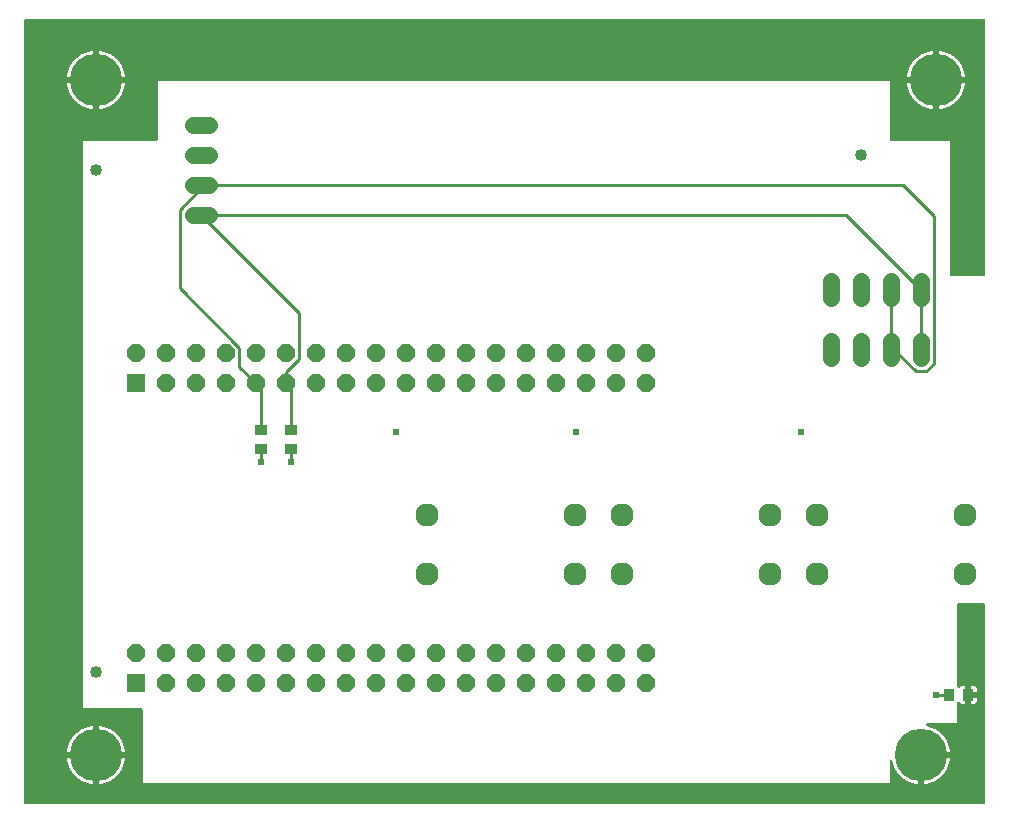
<source format=gbr>
G04 EAGLE Gerber RS-274X export*
G75*
%MOMM*%
%FSLAX34Y34*%
%LPD*%
%INTop Copper*%
%IPPOS*%
%AMOC8*
5,1,8,0,0,1.08239X$1,22.5*%
G01*
%ADD10C,1.016000*%
%ADD11C,4.445000*%
%ADD12R,1.031241X0.949959*%
%ADD13R,0.949959X1.031241*%
%ADD14C,1.960000*%
%ADD15R,1.524000X1.524000*%
%ADD16P,1.649562X8X22.500000*%
%ADD17C,1.422400*%
%ADD18C,0.254000*%
%ADD19C,0.609600*%

G36*
X114300Y563881D02*
X114300Y563881D01*
X114418Y563896D01*
X114537Y563903D01*
X114575Y563916D01*
X114616Y563921D01*
X114726Y563964D01*
X114839Y564001D01*
X114874Y564023D01*
X114911Y564038D01*
X115007Y564108D01*
X115108Y564171D01*
X115136Y564201D01*
X115169Y564224D01*
X115245Y564316D01*
X115326Y564403D01*
X115346Y564438D01*
X115371Y564469D01*
X115422Y564577D01*
X115480Y564681D01*
X115490Y564721D01*
X115507Y564757D01*
X115529Y564874D01*
X115559Y564989D01*
X115563Y565050D01*
X115567Y565070D01*
X115565Y565090D01*
X115569Y565150D01*
X115569Y614681D01*
X735331Y614681D01*
X735331Y565150D01*
X735346Y565032D01*
X735353Y564913D01*
X735366Y564875D01*
X735371Y564834D01*
X735414Y564724D01*
X735451Y564611D01*
X735473Y564576D01*
X735488Y564539D01*
X735558Y564443D01*
X735621Y564342D01*
X735651Y564314D01*
X735674Y564281D01*
X735766Y564206D01*
X735853Y564124D01*
X735888Y564104D01*
X735919Y564079D01*
X736027Y564028D01*
X736131Y563970D01*
X736171Y563960D01*
X736207Y563943D01*
X736324Y563921D01*
X736439Y563891D01*
X736500Y563887D01*
X736520Y563883D01*
X736540Y563885D01*
X736600Y563881D01*
X786131Y563881D01*
X786131Y450850D01*
X786146Y450732D01*
X786153Y450613D01*
X786166Y450575D01*
X786171Y450534D01*
X786214Y450424D01*
X786251Y450311D01*
X786273Y450276D01*
X786288Y450239D01*
X786358Y450143D01*
X786421Y450042D01*
X786451Y450014D01*
X786474Y449981D01*
X786566Y449906D01*
X786653Y449824D01*
X786688Y449804D01*
X786719Y449779D01*
X786827Y449728D01*
X786931Y449670D01*
X786971Y449660D01*
X787007Y449643D01*
X787124Y449621D01*
X787239Y449591D01*
X787300Y449587D01*
X787320Y449583D01*
X787340Y449585D01*
X787400Y449581D01*
X815140Y449581D01*
X815258Y449596D01*
X815377Y449603D01*
X815415Y449616D01*
X815456Y449621D01*
X815566Y449664D01*
X815679Y449701D01*
X815714Y449723D01*
X815751Y449738D01*
X815847Y449808D01*
X815948Y449871D01*
X815976Y449901D01*
X816009Y449924D01*
X816085Y450016D01*
X816166Y450103D01*
X816186Y450138D01*
X816211Y450169D01*
X816262Y450277D01*
X816320Y450381D01*
X816330Y450421D01*
X816347Y450457D01*
X816369Y450574D01*
X816399Y450689D01*
X816403Y450750D01*
X816407Y450770D01*
X816405Y450790D01*
X816409Y450850D01*
X816409Y665990D01*
X816394Y666108D01*
X816387Y666227D01*
X816374Y666265D01*
X816369Y666306D01*
X816326Y666416D01*
X816289Y666529D01*
X816267Y666564D01*
X816252Y666601D01*
X816183Y666697D01*
X816119Y666798D01*
X816089Y666826D01*
X816066Y666859D01*
X815974Y666935D01*
X815887Y667016D01*
X815852Y667036D01*
X815821Y667061D01*
X815713Y667112D01*
X815609Y667170D01*
X815569Y667180D01*
X815533Y667197D01*
X815416Y667219D01*
X815301Y667249D01*
X815241Y667253D01*
X815221Y667257D01*
X815200Y667255D01*
X815140Y667259D01*
X3810Y667259D01*
X3692Y667244D01*
X3573Y667237D01*
X3535Y667224D01*
X3494Y667219D01*
X3384Y667176D01*
X3271Y667139D01*
X3236Y667117D01*
X3199Y667102D01*
X3103Y667033D01*
X3002Y666969D01*
X2974Y666939D01*
X2941Y666916D01*
X2865Y666824D01*
X2784Y666737D01*
X2764Y666702D01*
X2739Y666671D01*
X2688Y666563D01*
X2630Y666459D01*
X2620Y666419D01*
X2603Y666383D01*
X2581Y666266D01*
X2551Y666151D01*
X2547Y666091D01*
X2543Y666071D01*
X2545Y666050D01*
X2541Y665990D01*
X2541Y3810D01*
X2556Y3692D01*
X2563Y3573D01*
X2576Y3535D01*
X2581Y3494D01*
X2624Y3384D01*
X2661Y3271D01*
X2683Y3236D01*
X2698Y3199D01*
X2767Y3103D01*
X2831Y3002D01*
X2861Y2974D01*
X2884Y2941D01*
X2976Y2865D01*
X3063Y2784D01*
X3098Y2764D01*
X3129Y2739D01*
X3237Y2688D01*
X3341Y2630D01*
X3381Y2620D01*
X3417Y2603D01*
X3534Y2581D01*
X3649Y2551D01*
X3709Y2547D01*
X3729Y2543D01*
X3750Y2545D01*
X3810Y2541D01*
X815140Y2541D01*
X815258Y2556D01*
X815377Y2563D01*
X815415Y2576D01*
X815456Y2581D01*
X815566Y2624D01*
X815679Y2661D01*
X815714Y2683D01*
X815751Y2698D01*
X815847Y2767D01*
X815948Y2831D01*
X815976Y2861D01*
X816009Y2884D01*
X816085Y2976D01*
X816166Y3063D01*
X816186Y3098D01*
X816211Y3129D01*
X816262Y3237D01*
X816320Y3341D01*
X816330Y3381D01*
X816347Y3417D01*
X816369Y3534D01*
X816399Y3649D01*
X816403Y3709D01*
X816407Y3729D01*
X816405Y3750D01*
X816409Y3810D01*
X816409Y171450D01*
X816394Y171568D01*
X816387Y171687D01*
X816374Y171725D01*
X816369Y171766D01*
X816326Y171876D01*
X816289Y171989D01*
X816267Y172024D01*
X816252Y172061D01*
X816183Y172157D01*
X816119Y172258D01*
X816089Y172286D01*
X816066Y172319D01*
X815974Y172394D01*
X815887Y172476D01*
X815852Y172496D01*
X815821Y172521D01*
X815713Y172572D01*
X815609Y172630D01*
X815569Y172640D01*
X815533Y172657D01*
X815416Y172679D01*
X815301Y172709D01*
X815241Y172713D01*
X815221Y172717D01*
X815200Y172715D01*
X815140Y172719D01*
X793750Y172719D01*
X793632Y172704D01*
X793513Y172697D01*
X793475Y172684D01*
X793434Y172679D01*
X793324Y172636D01*
X793211Y172599D01*
X793176Y172577D01*
X793139Y172562D01*
X793043Y172493D01*
X792942Y172429D01*
X792914Y172399D01*
X792881Y172376D01*
X792806Y172284D01*
X792724Y172197D01*
X792704Y172162D01*
X792679Y172131D01*
X792628Y172023D01*
X792570Y171919D01*
X792560Y171879D01*
X792543Y171843D01*
X792521Y171726D01*
X792491Y171611D01*
X792487Y171551D01*
X792483Y171531D01*
X792485Y171510D01*
X792481Y171450D01*
X792481Y102543D01*
X792493Y102445D01*
X792496Y102346D01*
X792513Y102288D01*
X792521Y102228D01*
X792557Y102136D01*
X792584Y102041D01*
X792615Y101988D01*
X792638Y101932D01*
X792696Y101852D01*
X792746Y101767D01*
X792813Y101691D01*
X792824Y101675D01*
X792834Y101667D01*
X792852Y101646D01*
X792907Y101592D01*
X793006Y101514D01*
X793101Y101432D01*
X793131Y101417D01*
X793158Y101397D01*
X793273Y101347D01*
X793386Y101290D01*
X793419Y101283D01*
X793450Y101270D01*
X793574Y101250D01*
X793697Y101224D01*
X793731Y101225D01*
X793764Y101220D01*
X793889Y101232D01*
X794015Y101237D01*
X794047Y101247D01*
X794080Y101250D01*
X794199Y101293D01*
X794319Y101329D01*
X794348Y101346D01*
X794380Y101357D01*
X794484Y101428D01*
X794592Y101493D01*
X794615Y101517D01*
X794643Y101536D01*
X794726Y101630D01*
X794814Y101720D01*
X794841Y101761D01*
X794853Y101774D01*
X794863Y101794D01*
X794903Y101854D01*
X794968Y101966D01*
X795441Y102439D01*
X796020Y102774D01*
X796667Y102947D01*
X799377Y102947D01*
X799377Y96355D01*
X799392Y96237D01*
X799399Y96118D01*
X799412Y96080D01*
X799417Y96040D01*
X799461Y95929D01*
X799497Y95816D01*
X799519Y95781D01*
X799534Y95744D01*
X799604Y95648D01*
X799667Y95547D01*
X799697Y95519D01*
X799721Y95487D01*
X799812Y95411D01*
X799899Y95329D01*
X799934Y95310D01*
X799966Y95284D01*
X800030Y95254D01*
X799939Y95187D01*
X799838Y95124D01*
X799810Y95094D01*
X799778Y95070D01*
X799702Y94979D01*
X799620Y94892D01*
X799601Y94857D01*
X799575Y94825D01*
X799524Y94718D01*
X799467Y94614D01*
X799456Y94574D01*
X799439Y94538D01*
X799417Y94421D01*
X799387Y94306D01*
X799383Y94245D01*
X799379Y94225D01*
X799381Y94205D01*
X799377Y94145D01*
X799377Y87553D01*
X796667Y87553D01*
X796020Y87726D01*
X795441Y88061D01*
X794968Y88534D01*
X794903Y88646D01*
X794828Y88746D01*
X794757Y88850D01*
X794731Y88872D01*
X794711Y88899D01*
X794613Y88977D01*
X794518Y89061D01*
X794488Y89076D01*
X794462Y89097D01*
X794347Y89148D01*
X794235Y89205D01*
X794202Y89212D01*
X794172Y89226D01*
X794047Y89247D01*
X793925Y89275D01*
X793891Y89274D01*
X793858Y89279D01*
X793732Y89269D01*
X793607Y89265D01*
X793574Y89256D01*
X793541Y89253D01*
X793422Y89212D01*
X793301Y89176D01*
X793272Y89159D01*
X793241Y89148D01*
X793135Y89079D01*
X793027Y89015D01*
X792991Y88983D01*
X792976Y88973D01*
X792961Y88957D01*
X792907Y88908D01*
X792852Y88854D01*
X792792Y88776D01*
X792724Y88704D01*
X792695Y88651D01*
X792657Y88603D01*
X792618Y88512D01*
X792570Y88426D01*
X792555Y88367D01*
X792531Y88311D01*
X792516Y88213D01*
X792491Y88118D01*
X792485Y88017D01*
X792481Y87997D01*
X792483Y87985D01*
X792481Y87957D01*
X792481Y71119D01*
X767715Y71119D01*
X767698Y71117D01*
X767681Y71119D01*
X767541Y71097D01*
X767400Y71079D01*
X767384Y71073D01*
X767367Y71071D01*
X767236Y71015D01*
X767104Y70962D01*
X767090Y70952D01*
X767075Y70946D01*
X766962Y70859D01*
X766847Y70776D01*
X766836Y70762D01*
X766822Y70752D01*
X766735Y70640D01*
X766644Y70531D01*
X766637Y70515D01*
X766626Y70502D01*
X766569Y70371D01*
X766509Y70243D01*
X766505Y70226D01*
X766498Y70210D01*
X766475Y70069D01*
X766449Y69931D01*
X766450Y69913D01*
X766447Y69897D01*
X766460Y69754D01*
X766469Y69613D01*
X766474Y69597D01*
X766475Y69580D01*
X766523Y69445D01*
X766567Y69311D01*
X766576Y69296D01*
X766581Y69280D01*
X766661Y69162D01*
X766737Y69042D01*
X766749Y69030D01*
X766759Y69016D01*
X766864Y68922D01*
X766968Y68824D01*
X766983Y68816D01*
X766996Y68804D01*
X767122Y68739D01*
X767247Y68670D01*
X767263Y68666D01*
X767279Y68658D01*
X767433Y68613D01*
X768867Y68285D01*
X771492Y67367D01*
X773999Y66160D01*
X776354Y64680D01*
X778529Y62945D01*
X780495Y60979D01*
X782230Y58804D01*
X783710Y56449D01*
X784917Y53942D01*
X785835Y51317D01*
X786454Y48605D01*
X786636Y46989D01*
X763270Y46989D01*
X763152Y46974D01*
X763033Y46967D01*
X762995Y46954D01*
X762955Y46949D01*
X762844Y46906D01*
X762731Y46869D01*
X762697Y46847D01*
X762659Y46832D01*
X762563Y46762D01*
X762462Y46699D01*
X762434Y46669D01*
X762402Y46645D01*
X762326Y46554D01*
X762244Y46467D01*
X762225Y46432D01*
X762199Y46401D01*
X762148Y46293D01*
X762091Y46189D01*
X762080Y46149D01*
X762063Y46113D01*
X762041Y45996D01*
X762011Y45881D01*
X762007Y45820D01*
X762003Y45800D01*
X762005Y45782D01*
X762003Y45776D01*
X762004Y45768D01*
X762001Y45720D01*
X762001Y44449D01*
X760730Y44449D01*
X760612Y44434D01*
X760493Y44427D01*
X760455Y44414D01*
X760414Y44409D01*
X760304Y44365D01*
X760191Y44329D01*
X760156Y44307D01*
X760119Y44292D01*
X760023Y44222D01*
X759922Y44159D01*
X759894Y44129D01*
X759861Y44105D01*
X759786Y44014D01*
X759704Y43927D01*
X759684Y43892D01*
X759659Y43860D01*
X759608Y43753D01*
X759550Y43648D01*
X759540Y43609D01*
X759523Y43573D01*
X759501Y43456D01*
X759471Y43341D01*
X759467Y43280D01*
X759463Y43260D01*
X759464Y43243D01*
X759463Y43237D01*
X759464Y43229D01*
X759461Y43180D01*
X759461Y19814D01*
X757845Y19996D01*
X755133Y20615D01*
X752508Y21533D01*
X750001Y22740D01*
X747646Y24220D01*
X745471Y25955D01*
X743505Y27921D01*
X741770Y30096D01*
X740290Y32451D01*
X739083Y34958D01*
X738165Y37583D01*
X737837Y39017D01*
X737832Y39033D01*
X737829Y39050D01*
X737777Y39182D01*
X737728Y39316D01*
X737719Y39330D01*
X737712Y39346D01*
X737629Y39461D01*
X737549Y39578D01*
X737536Y39589D01*
X737526Y39603D01*
X737416Y39694D01*
X737309Y39787D01*
X737294Y39795D01*
X737281Y39806D01*
X737152Y39866D01*
X737025Y39931D01*
X737008Y39934D01*
X736993Y39941D01*
X736853Y39968D01*
X736714Y39999D01*
X736697Y39998D01*
X736681Y40001D01*
X736538Y39992D01*
X736397Y39987D01*
X736380Y39983D01*
X736363Y39982D01*
X736228Y39938D01*
X736092Y39898D01*
X736077Y39889D01*
X736061Y39883D01*
X735941Y39808D01*
X735818Y39735D01*
X735806Y39722D01*
X735792Y39713D01*
X735694Y39610D01*
X735594Y39509D01*
X735586Y39494D01*
X735574Y39482D01*
X735505Y39357D01*
X735433Y39235D01*
X735429Y39218D01*
X735420Y39203D01*
X735385Y39066D01*
X735346Y38929D01*
X735345Y38912D01*
X735341Y38895D01*
X735331Y38735D01*
X735331Y20319D01*
X102869Y20319D01*
X102869Y82550D01*
X102854Y82668D01*
X102847Y82787D01*
X102834Y82825D01*
X102829Y82866D01*
X102786Y82976D01*
X102749Y83089D01*
X102727Y83124D01*
X102712Y83161D01*
X102643Y83257D01*
X102579Y83358D01*
X102549Y83386D01*
X102526Y83419D01*
X102434Y83495D01*
X102347Y83576D01*
X102312Y83596D01*
X102281Y83621D01*
X102173Y83672D01*
X102069Y83730D01*
X102029Y83740D01*
X101993Y83757D01*
X101876Y83779D01*
X101761Y83809D01*
X101701Y83813D01*
X101681Y83817D01*
X101660Y83815D01*
X101600Y83819D01*
X52069Y83819D01*
X52069Y563881D01*
X114300Y563881D01*
G37*
%LPC*%
G36*
X777239Y618489D02*
X777239Y618489D01*
X777239Y640586D01*
X778855Y640404D01*
X781567Y639785D01*
X784192Y638867D01*
X786699Y637660D01*
X789054Y636180D01*
X791229Y634445D01*
X793195Y632479D01*
X794930Y630304D01*
X796410Y627949D01*
X797617Y625442D01*
X798535Y622817D01*
X799154Y620105D01*
X799336Y618489D01*
X777239Y618489D01*
G37*
%LPD*%
%LPC*%
G36*
X66039Y618489D02*
X66039Y618489D01*
X66039Y640586D01*
X67655Y640404D01*
X70367Y639785D01*
X72992Y638867D01*
X75499Y637660D01*
X77854Y636180D01*
X80029Y634445D01*
X81995Y632479D01*
X83730Y630304D01*
X85210Y627949D01*
X86417Y625442D01*
X87335Y622817D01*
X87954Y620105D01*
X88136Y618489D01*
X66039Y618489D01*
G37*
%LPD*%
%LPC*%
G36*
X66039Y46989D02*
X66039Y46989D01*
X66039Y69086D01*
X67655Y68904D01*
X70367Y68285D01*
X72992Y67367D01*
X75499Y66160D01*
X77854Y64680D01*
X80029Y62945D01*
X81995Y60979D01*
X83730Y58804D01*
X85210Y56449D01*
X86417Y53942D01*
X87335Y51317D01*
X87954Y48605D01*
X88136Y46989D01*
X66039Y46989D01*
G37*
%LPD*%
%LPC*%
G36*
X750064Y618489D02*
X750064Y618489D01*
X750246Y620105D01*
X750865Y622817D01*
X751783Y625442D01*
X752990Y627949D01*
X754470Y630304D01*
X756205Y632479D01*
X758171Y634445D01*
X760346Y636180D01*
X762701Y637660D01*
X765208Y638867D01*
X767833Y639785D01*
X770545Y640404D01*
X772161Y640586D01*
X772161Y618489D01*
X750064Y618489D01*
G37*
%LPD*%
%LPC*%
G36*
X38864Y618489D02*
X38864Y618489D01*
X39046Y620105D01*
X39665Y622817D01*
X40583Y625442D01*
X41790Y627949D01*
X43270Y630304D01*
X45005Y632479D01*
X46971Y634445D01*
X49146Y636180D01*
X51501Y637660D01*
X54008Y638867D01*
X56633Y639785D01*
X59345Y640404D01*
X60961Y640586D01*
X60961Y618489D01*
X38864Y618489D01*
G37*
%LPD*%
%LPC*%
G36*
X777239Y613411D02*
X777239Y613411D01*
X799336Y613411D01*
X799154Y611795D01*
X798535Y609083D01*
X797617Y606458D01*
X796410Y603951D01*
X794930Y601596D01*
X793195Y599421D01*
X791229Y597455D01*
X789054Y595720D01*
X786699Y594240D01*
X784192Y593033D01*
X781567Y592115D01*
X778855Y591496D01*
X777239Y591314D01*
X777239Y613411D01*
G37*
%LPD*%
%LPC*%
G36*
X66039Y613411D02*
X66039Y613411D01*
X88136Y613411D01*
X87954Y611795D01*
X87335Y609083D01*
X86417Y606458D01*
X85210Y603951D01*
X83730Y601596D01*
X81995Y599421D01*
X80029Y597455D01*
X77854Y595720D01*
X75499Y594240D01*
X72992Y593033D01*
X70367Y592115D01*
X67655Y591496D01*
X66039Y591314D01*
X66039Y613411D01*
G37*
%LPD*%
%LPC*%
G36*
X38864Y46989D02*
X38864Y46989D01*
X39046Y48605D01*
X39665Y51317D01*
X40583Y53942D01*
X41790Y56449D01*
X43270Y58804D01*
X45005Y60979D01*
X46971Y62945D01*
X49146Y64680D01*
X51501Y66160D01*
X54008Y67367D01*
X56633Y68285D01*
X59345Y68904D01*
X60961Y69086D01*
X60961Y46989D01*
X38864Y46989D01*
G37*
%LPD*%
%LPC*%
G36*
X66039Y41911D02*
X66039Y41911D01*
X88136Y41911D01*
X87954Y40295D01*
X87335Y37583D01*
X86417Y34958D01*
X85210Y32451D01*
X83730Y30096D01*
X81995Y27921D01*
X80029Y25955D01*
X77854Y24220D01*
X75499Y22740D01*
X72992Y21533D01*
X70367Y20615D01*
X67655Y19996D01*
X66039Y19814D01*
X66039Y41911D01*
G37*
%LPD*%
%LPC*%
G36*
X764539Y41911D02*
X764539Y41911D01*
X786636Y41911D01*
X786454Y40295D01*
X785835Y37583D01*
X784917Y34958D01*
X783710Y32451D01*
X782230Y30096D01*
X780495Y27921D01*
X778529Y25955D01*
X776354Y24220D01*
X773999Y22740D01*
X771492Y21533D01*
X768867Y20615D01*
X766155Y19996D01*
X764539Y19814D01*
X764539Y41911D01*
G37*
%LPD*%
%LPC*%
G36*
X59345Y591496D02*
X59345Y591496D01*
X56633Y592115D01*
X54008Y593033D01*
X51501Y594240D01*
X49146Y595720D01*
X46971Y597455D01*
X45005Y599421D01*
X43270Y601596D01*
X41790Y603951D01*
X40583Y606458D01*
X39665Y609083D01*
X39046Y611795D01*
X38864Y613411D01*
X60961Y613411D01*
X60961Y591314D01*
X59345Y591496D01*
G37*
%LPD*%
%LPC*%
G36*
X770545Y591496D02*
X770545Y591496D01*
X767833Y592115D01*
X765208Y593033D01*
X762701Y594240D01*
X760346Y595720D01*
X758171Y597455D01*
X756205Y599421D01*
X754470Y601596D01*
X752990Y603951D01*
X751783Y606458D01*
X750865Y609083D01*
X750246Y611795D01*
X750064Y613411D01*
X772161Y613411D01*
X772161Y591314D01*
X770545Y591496D01*
G37*
%LPD*%
%LPC*%
G36*
X59345Y19996D02*
X59345Y19996D01*
X56633Y20615D01*
X54008Y21533D01*
X51501Y22740D01*
X49146Y24220D01*
X46971Y25955D01*
X45005Y27921D01*
X43270Y30096D01*
X41790Y32451D01*
X40583Y34958D01*
X39665Y37583D01*
X39046Y40295D01*
X38864Y41911D01*
X60961Y41911D01*
X60961Y19814D01*
X59345Y19996D01*
G37*
%LPD*%
%LPC*%
G36*
X804125Y97624D02*
X804125Y97624D01*
X804125Y102947D01*
X806835Y102947D01*
X807482Y102774D01*
X808061Y102439D01*
X808534Y101966D01*
X808868Y101387D01*
X809042Y100741D01*
X809042Y97624D01*
X804125Y97624D01*
G37*
%LPD*%
%LPC*%
G36*
X804125Y87553D02*
X804125Y87553D01*
X804125Y92876D01*
X809041Y92876D01*
X809042Y89759D01*
X808868Y89113D01*
X808534Y88534D01*
X808061Y88061D01*
X807482Y87726D01*
X806835Y87553D01*
X804125Y87553D01*
G37*
%LPD*%
%LPC*%
G36*
X63499Y615949D02*
X63499Y615949D01*
X63499Y615951D01*
X63501Y615951D01*
X63501Y615949D01*
X63499Y615949D01*
G37*
%LPD*%
%LPC*%
G36*
X774699Y615949D02*
X774699Y615949D01*
X774699Y615951D01*
X774701Y615951D01*
X774701Y615949D01*
X774699Y615949D01*
G37*
%LPD*%
%LPC*%
G36*
X63499Y44449D02*
X63499Y44449D01*
X63499Y44451D01*
X63501Y44451D01*
X63501Y44449D01*
X63499Y44449D01*
G37*
%LPD*%
D10*
X63500Y539750D03*
X63500Y114300D03*
X711200Y552450D03*
D11*
X762000Y44450D03*
X63500Y44450D03*
X774700Y615950D03*
X63500Y615950D03*
D12*
X228600Y319151D03*
X228600Y303149D03*
X203200Y319151D03*
X203200Y303149D03*
D13*
X785749Y95250D03*
X801751Y95250D03*
D14*
X799100Y197250D03*
X799100Y247250D03*
X674100Y247250D03*
X674100Y197250D03*
X634000Y197250D03*
X634000Y247250D03*
X509000Y247250D03*
X509000Y197250D03*
X468900Y197250D03*
X468900Y247250D03*
X343900Y247250D03*
X343900Y197250D03*
D15*
X97200Y105150D03*
D16*
X97200Y130550D03*
X122600Y105150D03*
X122600Y130550D03*
X148000Y105150D03*
X148000Y130550D03*
X173400Y105150D03*
X173400Y130550D03*
X198800Y105150D03*
X198800Y130550D03*
X224200Y105150D03*
X224200Y130550D03*
X249600Y105150D03*
X249600Y130550D03*
X275000Y105150D03*
X275000Y130550D03*
X300400Y105150D03*
X300400Y130550D03*
X325800Y105150D03*
X325800Y130550D03*
X351200Y105150D03*
X351200Y130550D03*
X376600Y105150D03*
X376600Y130550D03*
X402000Y105150D03*
X402000Y130550D03*
X427400Y105150D03*
X427400Y130550D03*
X452800Y105150D03*
X452800Y130550D03*
X478200Y105150D03*
X478200Y130550D03*
X503600Y105150D03*
X503600Y130550D03*
X529000Y105150D03*
X529000Y130550D03*
D15*
X97200Y359150D03*
D16*
X97200Y384550D03*
X122600Y359150D03*
X122600Y384550D03*
X148000Y359150D03*
X148000Y384550D03*
X173400Y359150D03*
X173400Y384550D03*
X198800Y359150D03*
X198800Y384550D03*
X224200Y359150D03*
X224200Y384550D03*
X249600Y359150D03*
X249600Y384550D03*
X275000Y359150D03*
X275000Y384550D03*
X300400Y359150D03*
X300400Y384550D03*
X325800Y359150D03*
X325800Y384550D03*
X351200Y359150D03*
X351200Y384550D03*
X376600Y359150D03*
X376600Y384550D03*
X402000Y359150D03*
X402000Y384550D03*
X427400Y359150D03*
X427400Y384550D03*
X452800Y359150D03*
X452800Y384550D03*
X478200Y359150D03*
X478200Y384550D03*
X503600Y359150D03*
X503600Y384550D03*
X529000Y359150D03*
X529000Y384550D03*
D17*
X685800Y431038D02*
X685800Y445262D01*
X711200Y445262D02*
X711200Y431038D01*
X736600Y431038D02*
X736600Y445262D01*
X762000Y445262D02*
X762000Y431038D01*
X685800Y394462D02*
X685800Y380238D01*
X711200Y380238D02*
X711200Y394462D01*
X736600Y394462D02*
X736600Y380238D01*
X762000Y380238D02*
X762000Y394462D01*
X159512Y577850D02*
X145288Y577850D01*
X145288Y552450D02*
X159512Y552450D01*
X159512Y527050D02*
X145288Y527050D01*
X145288Y501650D02*
X159512Y501650D01*
D18*
X762000Y438150D02*
X762000Y387350D01*
X228600Y354750D02*
X228600Y319151D01*
X228600Y354750D02*
X224200Y359150D01*
X224200Y368386D01*
X235630Y379816D01*
X235630Y418420D02*
X152400Y501650D01*
X235630Y418420D02*
X235630Y379816D01*
X152400Y501650D02*
X698500Y501650D01*
X762000Y438150D01*
X736600Y438150D02*
X736600Y387350D01*
X203200Y354750D02*
X203200Y319151D01*
X203200Y354750D02*
X198800Y359150D01*
X152400Y524208D02*
X152400Y527050D01*
X184830Y373120D02*
X198800Y359150D01*
X134366Y506174D02*
X152400Y524208D01*
X184830Y389285D02*
X184830Y373120D01*
X134366Y439749D02*
X134366Y506174D01*
X134366Y439749D02*
X184830Y389285D01*
X766524Y369316D02*
X772922Y375714D01*
X766524Y369316D02*
X757476Y369316D01*
X772922Y375714D02*
X772922Y500586D01*
X739442Y387350D02*
X757476Y369316D01*
X739442Y387350D02*
X736600Y387350D01*
X746458Y527050D02*
X152400Y527050D01*
X746458Y527050D02*
X772922Y500586D01*
X203200Y303149D02*
X203200Y292100D01*
D19*
X203200Y292100D03*
D18*
X228600Y292100D02*
X228600Y303149D01*
D19*
X228600Y292100D03*
X317500Y317500D03*
X469900Y317500D03*
X660400Y317500D03*
D18*
X774700Y95250D02*
X785749Y95250D01*
D19*
X774700Y95250D03*
M02*

</source>
